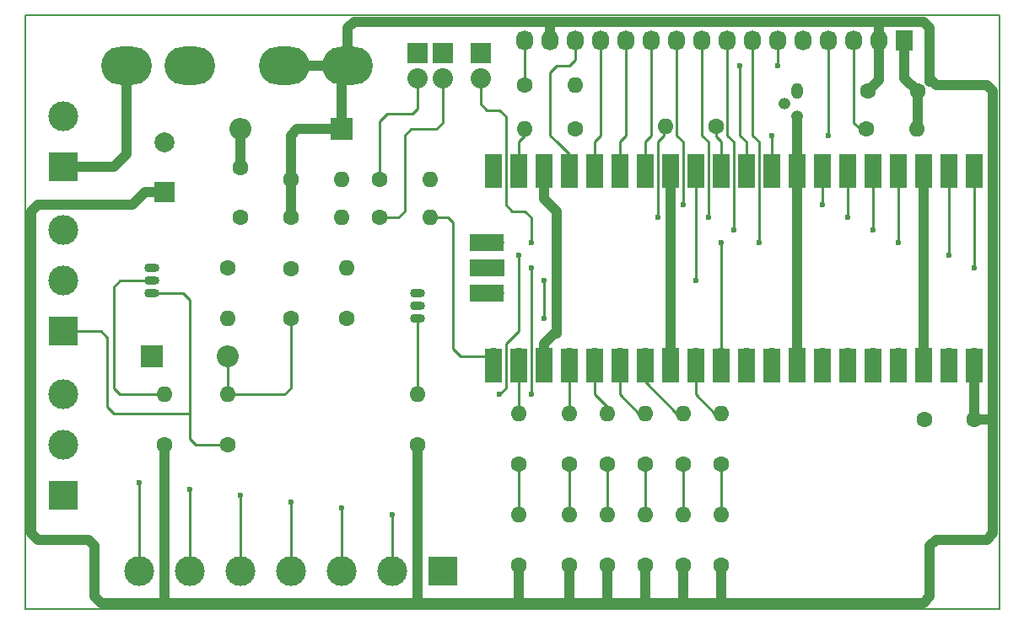
<source format=gbr>
G04 #@! TF.FileFunction,Copper,L1,Top,Signal*
%FSLAX46Y46*%
G04 Gerber Fmt 4.6, Leading zero omitted, Abs format (unit mm)*
G04 Created by KiCad (PCBNEW 4.0.5+dfsg1-4+deb9u1) date Wed Oct 19 21:41:23 2022*
%MOMM*%
%LPD*%
G01*
G04 APERTURE LIST*
%ADD10C,0.100000*%
%ADD11C,0.150000*%
%ADD12O,1.700000X1.700000*%
%ADD13R,1.700000X1.700000*%
%ADD14R,1.700000X3.500000*%
%ADD15R,3.500000X1.700000*%
%ADD16C,1.600000*%
%ADD17O,1.600000X1.600000*%
%ADD18R,3.000000X3.000000*%
%ADD19C,3.000000*%
%ADD20R,1.727200X2.032000*%
%ADD21O,1.727200X2.032000*%
%ADD22R,2.000000X2.000000*%
%ADD23C,2.000000*%
%ADD24R,2.200000X2.200000*%
%ADD25O,2.200000X2.200000*%
%ADD26O,5.080000X3.840000*%
%ADD27R,2.032000X2.032000*%
%ADD28O,2.032000X2.032000*%
%ADD29O,1.501140X0.899160*%
%ADD30O,1.200000X1.600000*%
%ADD31O,1.200000X1.200000*%
%ADD32C,0.800000*%
%ADD33C,0.600000*%
%ADD34C,1.000000*%
%ADD35C,0.250000*%
G04 APERTURE END LIST*
D10*
D11*
X193802000Y-68834000D02*
X193802000Y-128524000D01*
X96012000Y-68834000D02*
X193802000Y-68834000D01*
X96012000Y-128524000D02*
X96012000Y-68834000D01*
X193802000Y-128524000D02*
X96012000Y-128524000D01*
D12*
X191262000Y-85344000D03*
X188722000Y-85344000D03*
D13*
X186182000Y-85344000D03*
D12*
X183642000Y-85344000D03*
X181102000Y-85344000D03*
X178562000Y-85344000D03*
X176022000Y-85344000D03*
D13*
X173482000Y-85344000D03*
D12*
X170942000Y-85344000D03*
X168402000Y-85344000D03*
X165862000Y-85344000D03*
X163322000Y-85344000D03*
D13*
X160782000Y-85344000D03*
D12*
X158242000Y-85344000D03*
X155702000Y-85344000D03*
X153162000Y-85344000D03*
X150622000Y-85344000D03*
D13*
X148082000Y-85344000D03*
D12*
X145542000Y-85344000D03*
X143002000Y-85344000D03*
X143002000Y-103124000D03*
X145542000Y-103124000D03*
D13*
X148082000Y-103124000D03*
D12*
X150622000Y-103124000D03*
X153162000Y-103124000D03*
X155702000Y-103124000D03*
X158242000Y-103124000D03*
D13*
X160782000Y-103124000D03*
D12*
X163322000Y-103124000D03*
X165862000Y-103124000D03*
X168402000Y-103124000D03*
X170942000Y-103124000D03*
D13*
X173482000Y-103124000D03*
D12*
X176022000Y-103124000D03*
X178562000Y-103124000D03*
X181102000Y-103124000D03*
X183642000Y-103124000D03*
D13*
X186182000Y-103124000D03*
D12*
X188722000Y-103124000D03*
X191262000Y-103124000D03*
D14*
X191262000Y-84444000D03*
X188722000Y-84444000D03*
X186182000Y-84444000D03*
X183642000Y-84444000D03*
X181102000Y-84444000D03*
X178562000Y-84444000D03*
X176022000Y-84444000D03*
X173482000Y-84444000D03*
X170942000Y-84444000D03*
X168402000Y-84444000D03*
X165862000Y-84444000D03*
X163322000Y-84444000D03*
X160782000Y-84444000D03*
X158242000Y-84444000D03*
X155702000Y-84444000D03*
X153162000Y-84444000D03*
X150622000Y-84444000D03*
X148082000Y-84444000D03*
X145542000Y-84444000D03*
X143002000Y-84444000D03*
X191262000Y-104024000D03*
X188722000Y-104024000D03*
X186182000Y-104024000D03*
X183642000Y-104024000D03*
X181102000Y-104024000D03*
X178562000Y-104024000D03*
X176022000Y-104024000D03*
X173482000Y-104024000D03*
X170942000Y-104024000D03*
X168402000Y-104024000D03*
X165862000Y-104024000D03*
X163322000Y-104024000D03*
X160782000Y-104024000D03*
X158242000Y-104024000D03*
X155702000Y-104024000D03*
X153162000Y-104024000D03*
X150622000Y-104024000D03*
X148082000Y-104024000D03*
X145542000Y-104024000D03*
X143002000Y-104024000D03*
D15*
X142332000Y-91694000D03*
D12*
X143232000Y-91694000D03*
D15*
X142332000Y-94234000D03*
D13*
X143232000Y-94234000D03*
D15*
X142332000Y-96774000D03*
D12*
X143232000Y-96774000D03*
D16*
X146177000Y-75819000D03*
D17*
X151257000Y-75819000D03*
D18*
X99822000Y-100584000D03*
D19*
X99822000Y-95504000D03*
X99822000Y-90424000D03*
D20*
X184277000Y-71374000D03*
D21*
X181737000Y-71374000D03*
X179197000Y-71374000D03*
X176657000Y-71374000D03*
X174117000Y-71374000D03*
X171577000Y-71374000D03*
X169037000Y-71374000D03*
X166497000Y-71374000D03*
X163957000Y-71374000D03*
X161417000Y-71374000D03*
X158877000Y-71374000D03*
X156337000Y-71374000D03*
X153797000Y-71374000D03*
X151257000Y-71374000D03*
X148717000Y-71374000D03*
X146177000Y-71374000D03*
D22*
X109982000Y-86614000D03*
D23*
X109982000Y-81614000D03*
D16*
X180594000Y-76454000D03*
X185594000Y-76454000D03*
X122682000Y-99314000D03*
X122682000Y-94314000D03*
X191262000Y-109474000D03*
X186262000Y-109474000D03*
X117602000Y-89154000D03*
X117602000Y-84154000D03*
D24*
X127762000Y-80264000D03*
D25*
X117602000Y-80264000D03*
D24*
X108712000Y-103124000D03*
D25*
X116332000Y-103124000D03*
D26*
X106172000Y-73914000D03*
X112522000Y-73914000D03*
X122047000Y-73914000D03*
X128397000Y-73914000D03*
D18*
X99822000Y-84074000D03*
D19*
X99822000Y-78994000D03*
D18*
X99822000Y-117094000D03*
D19*
X99822000Y-112014000D03*
X99822000Y-106934000D03*
D27*
X141732000Y-72644000D03*
D28*
X141732000Y-75184000D03*
D27*
X137922000Y-72644000D03*
D28*
X137922000Y-75184000D03*
D27*
X135382000Y-72644000D03*
D28*
X135382000Y-75184000D03*
D19*
X112522000Y-124714000D03*
X132842000Y-124714000D03*
X127762000Y-124714000D03*
D18*
X137922000Y-124714000D03*
D19*
X122682000Y-124714000D03*
X117602000Y-124714000D03*
X107442000Y-124714000D03*
D16*
X116332000Y-112014000D03*
D17*
X116332000Y-106934000D03*
D16*
X116332000Y-94234000D03*
D17*
X116332000Y-99314000D03*
D16*
X109982000Y-112014000D03*
D17*
X109982000Y-106934000D03*
D16*
X128270000Y-99314000D03*
D17*
X128270000Y-94234000D03*
D16*
X165354000Y-80010000D03*
D17*
X160274000Y-80010000D03*
D16*
X135382000Y-112014000D03*
D17*
X135382000Y-106934000D03*
D16*
X180467000Y-80264000D03*
D17*
X185547000Y-80264000D03*
D16*
X151257000Y-80264000D03*
D17*
X146177000Y-80264000D03*
D29*
X108712000Y-95504000D03*
X108712000Y-96774000D03*
X108712000Y-94234000D03*
X135382000Y-98044000D03*
X135382000Y-96774000D03*
X135382000Y-99314000D03*
D30*
X173482000Y-76454000D03*
D31*
X172212000Y-77724000D03*
X173482000Y-78994000D03*
D16*
X165862000Y-113919000D03*
D17*
X165862000Y-108839000D03*
D16*
X162052000Y-113919000D03*
D17*
X162052000Y-108839000D03*
D16*
X158242000Y-113919000D03*
D17*
X158242000Y-108839000D03*
D16*
X154432000Y-113919000D03*
D17*
X154432000Y-108839000D03*
D16*
X150622000Y-113919000D03*
D17*
X150622000Y-108839000D03*
D16*
X145542000Y-113919000D03*
D17*
X145542000Y-108839000D03*
D16*
X131572000Y-89154000D03*
D17*
X136652000Y-89154000D03*
D16*
X131572000Y-85344000D03*
D17*
X136652000Y-85344000D03*
D16*
X165862000Y-124079000D03*
D17*
X165862000Y-118999000D03*
D16*
X162052000Y-124079000D03*
D17*
X162052000Y-118999000D03*
D16*
X158242000Y-124079000D03*
D17*
X158242000Y-118999000D03*
D16*
X154432000Y-124079000D03*
D17*
X154432000Y-118999000D03*
D16*
X150622000Y-124079000D03*
D17*
X150622000Y-118999000D03*
D16*
X145542000Y-124079000D03*
D17*
X145542000Y-118999000D03*
D16*
X122682000Y-89154000D03*
D17*
X127762000Y-89154000D03*
D16*
X122682000Y-85344000D03*
D17*
X127762000Y-85344000D03*
D32*
X149098000Y-100838000D03*
X186182000Y-100838000D03*
X173482000Y-100838000D03*
X160782000Y-100838000D03*
D33*
X159512000Y-89154000D03*
X170942000Y-80899000D03*
X176657000Y-80899000D03*
X167767000Y-73914000D03*
X171577000Y-73914000D03*
X169672000Y-91694000D03*
X183642000Y-91694000D03*
X181102000Y-90424000D03*
X167132000Y-90424000D03*
X164592000Y-89154000D03*
X178562000Y-89154000D03*
X162052000Y-87884000D03*
X176022000Y-87884000D03*
X148082000Y-95504000D03*
X148082000Y-99314000D03*
X163322000Y-95504000D03*
X146812000Y-106934000D03*
X146812000Y-94234000D03*
X191262000Y-94234000D03*
X145542000Y-92964000D03*
X188722000Y-92964000D03*
X143637000Y-106934000D03*
X112522000Y-116459000D03*
X132842000Y-118999000D03*
X127762000Y-118364000D03*
X122682000Y-117729000D03*
X117602000Y-117094000D03*
X107442000Y-115824000D03*
X165862000Y-91694000D03*
X146812000Y-91694000D03*
D34*
X181737000Y-71374000D02*
X181737000Y-69469000D01*
X181737000Y-71374000D02*
X181737000Y-75311000D01*
X181737000Y-75311000D02*
X180594000Y-76454000D01*
X148717000Y-69469000D02*
X149352000Y-69469000D01*
X149352000Y-69469000D02*
X181737000Y-69469000D01*
X193167000Y-109474000D02*
X193167000Y-76454000D01*
X186817000Y-70104000D02*
X186182000Y-69469000D01*
X186817000Y-75184000D02*
X186817000Y-75501500D01*
X186817000Y-75501500D02*
X186817000Y-70104000D01*
X187452000Y-75819000D02*
X186817000Y-75184000D01*
X188087000Y-75819000D02*
X187452000Y-75819000D01*
X192532000Y-75819000D02*
X188087000Y-75819000D01*
X193167000Y-76454000D02*
X192532000Y-75819000D01*
X181737000Y-69469000D02*
X184277000Y-69469000D01*
X186182000Y-69469000D02*
X184277000Y-69469000D01*
X109982000Y-112014000D02*
X109982000Y-122174000D01*
X109982000Y-122174000D02*
X109982000Y-127889000D01*
X135382000Y-112014000D02*
X135382000Y-127889000D01*
X109982000Y-86614000D02*
X108077000Y-86614000D01*
X97282000Y-87884000D02*
X96647000Y-88519000D01*
X106807000Y-87884000D02*
X97282000Y-87884000D01*
X108077000Y-86614000D02*
X106807000Y-87884000D01*
X165862000Y-124079000D02*
X165862000Y-127889000D01*
X162052000Y-124079000D02*
X162052000Y-127889000D01*
X158242000Y-124079000D02*
X158242000Y-127889000D01*
X154432000Y-124079000D02*
X154432000Y-127889000D01*
X150622000Y-124079000D02*
X150622000Y-127889000D01*
X145542000Y-124079000D02*
X145542000Y-127889000D01*
X193167000Y-109474000D02*
X191262000Y-109474000D01*
X191262000Y-103124000D02*
X191262000Y-109474000D01*
X122047000Y-73914000D02*
X128397000Y-73914000D01*
X148717000Y-71374000D02*
X148717000Y-69469000D01*
X148082000Y-69469000D02*
X148717000Y-69469000D01*
X128397000Y-70104000D02*
X129032000Y-69469000D01*
X129032000Y-69469000D02*
X148082000Y-69469000D01*
X128397000Y-73914000D02*
X128397000Y-70104000D01*
X147447000Y-127889000D02*
X150622000Y-127889000D01*
X150622000Y-127889000D02*
X154432000Y-127889000D01*
X154432000Y-127889000D02*
X158242000Y-127889000D01*
X158242000Y-127889000D02*
X162052000Y-127889000D01*
X162052000Y-127889000D02*
X165862000Y-127889000D01*
X165862000Y-127889000D02*
X186182000Y-127889000D01*
X96647000Y-120904000D02*
X97282000Y-121539000D01*
X96647000Y-88519000D02*
X96647000Y-120904000D01*
X103632000Y-127889000D02*
X109982000Y-127889000D01*
X109982000Y-127889000D02*
X135382000Y-127889000D01*
X135382000Y-127889000D02*
X145542000Y-127889000D01*
X102997000Y-127254000D02*
X103632000Y-127889000D01*
X102997000Y-122174000D02*
X102997000Y-127254000D01*
X102362000Y-121539000D02*
X102997000Y-122174000D01*
X97282000Y-121539000D02*
X102362000Y-121539000D01*
X145542000Y-127889000D02*
X147447000Y-127889000D01*
X193167000Y-120904000D02*
X193167000Y-109474000D01*
X192532000Y-121539000D02*
X193167000Y-120904000D01*
X187452000Y-121539000D02*
X192532000Y-121539000D01*
X186817000Y-122174000D02*
X187452000Y-121539000D01*
X186817000Y-127254000D02*
X186817000Y-122174000D01*
X186182000Y-127889000D02*
X186817000Y-127254000D01*
X127762000Y-80264000D02*
X123317000Y-80264000D01*
X122682000Y-80899000D02*
X122682000Y-85344000D01*
X123317000Y-80264000D02*
X122682000Y-80899000D01*
X122682000Y-85344000D02*
X122682000Y-89154000D01*
X127762000Y-80264000D02*
X127762000Y-74549000D01*
X127762000Y-74549000D02*
X128397000Y-73914000D01*
X185594000Y-76454000D02*
X185594000Y-80217000D01*
X185594000Y-80217000D02*
X185547000Y-80264000D01*
X184277000Y-71374000D02*
X184277000Y-75137000D01*
X184277000Y-75137000D02*
X185594000Y-76454000D01*
X149098000Y-100838000D02*
X149352000Y-100838000D01*
X149352000Y-100584000D02*
X149352000Y-100838000D01*
X148082000Y-103124000D02*
X148082000Y-101854000D01*
X148082000Y-101854000D02*
X149352000Y-100584000D01*
X149352000Y-100838000D02*
X149352000Y-98044000D01*
X148082000Y-87249000D02*
X148082000Y-85344000D01*
X149352000Y-88519000D02*
X148082000Y-87249000D01*
X149352000Y-98044000D02*
X149352000Y-88519000D01*
X160782000Y-103124000D02*
X160782000Y-100838000D01*
X160782000Y-85344000D02*
X160782000Y-100838000D01*
X186182000Y-85344000D02*
X186182000Y-100838000D01*
X186182000Y-100838000D02*
X186182000Y-103124000D01*
X173482000Y-85344000D02*
X173482000Y-100838000D01*
X173482000Y-100838000D02*
X173482000Y-103124000D01*
X173482000Y-78994000D02*
X173482000Y-85344000D01*
X109982000Y-81614000D02*
X109902000Y-81614000D01*
X117602000Y-84154000D02*
X117602000Y-80264000D01*
X99822000Y-84074000D02*
X103632000Y-84074000D01*
X103632000Y-84074000D02*
X104902000Y-84074000D01*
X104902000Y-84074000D02*
X106172000Y-82804000D01*
X106172000Y-82804000D02*
X106172000Y-73914000D01*
D35*
X109982000Y-106934000D02*
X105537000Y-106934000D01*
X105537000Y-95504000D02*
X104902000Y-96139000D01*
X104902000Y-96139000D02*
X104902000Y-105029000D01*
X108712000Y-95504000D02*
X105537000Y-95504000D01*
X105537000Y-106934000D02*
X104902000Y-106299000D01*
X104902000Y-106299000D02*
X104902000Y-105029000D01*
X159512000Y-81534000D02*
X159512000Y-89154000D01*
X160147000Y-80899000D02*
X159512000Y-81534000D01*
X160147000Y-80137000D02*
X160147000Y-80899000D01*
X160274000Y-80010000D02*
X160147000Y-80137000D01*
X109855000Y-106807000D02*
X109982000Y-106934000D01*
X176657000Y-71374000D02*
X176657000Y-80899000D01*
X170942000Y-80899000D02*
X170942000Y-85344000D01*
X171577000Y-71374000D02*
X171577000Y-73914000D01*
X168402000Y-81534000D02*
X168402000Y-85344000D01*
X167767000Y-80899000D02*
X168402000Y-81534000D01*
X167767000Y-73914000D02*
X167767000Y-80899000D01*
X183642000Y-85344000D02*
X183642000Y-91694000D01*
X169037000Y-80899000D02*
X169672000Y-81534000D01*
X169672000Y-81534000D02*
X169672000Y-87249000D01*
X169037000Y-80899000D02*
X169037000Y-70739000D01*
X169672000Y-91694000D02*
X169672000Y-87249000D01*
X167132000Y-87884000D02*
X167132000Y-90424000D01*
X166497000Y-80899000D02*
X167132000Y-81534000D01*
X167132000Y-81534000D02*
X167132000Y-87884000D01*
X166497000Y-71374000D02*
X166497000Y-80899000D01*
X181102000Y-90424000D02*
X181102000Y-85344000D01*
X178562000Y-85344000D02*
X178562000Y-89154000D01*
X164592000Y-89154000D02*
X164592000Y-87249000D01*
X163957000Y-71374000D02*
X163957000Y-80899000D01*
X164592000Y-81534000D02*
X164592000Y-87249000D01*
X164592000Y-87249000D02*
X164592000Y-87884000D01*
X163957000Y-80899000D02*
X164592000Y-81534000D01*
X176022000Y-85344000D02*
X176022000Y-87884000D01*
X161417000Y-80899000D02*
X162052000Y-81534000D01*
X162052000Y-81534000D02*
X162052000Y-87884000D01*
X161417000Y-80899000D02*
X161417000Y-71374000D01*
X158877000Y-71374000D02*
X158877000Y-80899000D01*
X158242000Y-81534000D02*
X158242000Y-85344000D01*
X158877000Y-80899000D02*
X158242000Y-81534000D01*
X156337000Y-71374000D02*
X156337000Y-80899000D01*
X155702000Y-81534000D02*
X155702000Y-85344000D01*
X156337000Y-80899000D02*
X155702000Y-81534000D01*
X153797000Y-71374000D02*
X153797000Y-80899000D01*
X153162000Y-81534000D02*
X153162000Y-85344000D01*
X153797000Y-80899000D02*
X153162000Y-81534000D01*
X153797000Y-72009000D02*
X153797000Y-72009000D01*
X153162000Y-82804000D02*
X153162000Y-85979000D01*
X151257000Y-71374000D02*
X151257000Y-73279000D01*
X149352000Y-81534000D02*
X150622000Y-82804000D01*
X148717000Y-80899000D02*
X149352000Y-81534000D01*
X148717000Y-74549000D02*
X148717000Y-80899000D01*
X149352000Y-73914000D02*
X148717000Y-74549000D01*
X150622000Y-73914000D02*
X149352000Y-73914000D01*
X151257000Y-73279000D02*
X150622000Y-73914000D01*
X150622000Y-82804000D02*
X150622000Y-85344000D01*
X150622000Y-82804000D02*
X150622000Y-85344000D01*
X163322000Y-85344000D02*
X163322000Y-95504000D01*
X148082000Y-99314000D02*
X148082000Y-95504000D01*
X135382000Y-99314000D02*
X135382000Y-106934000D01*
X146177000Y-80264000D02*
X146177000Y-80899000D01*
X146177000Y-80899000D02*
X145542000Y-81534000D01*
X145542000Y-81534000D02*
X145542000Y-85344000D01*
X165354000Y-80010000D02*
X165354000Y-81026000D01*
X165862000Y-81534000D02*
X165862000Y-85344000D01*
X165354000Y-81026000D02*
X165862000Y-81534000D01*
X116332000Y-106934000D02*
X122047000Y-106934000D01*
X122682000Y-106299000D02*
X122682000Y-105664000D01*
X122047000Y-106934000D02*
X122682000Y-106299000D01*
X116332000Y-103124000D02*
X116332000Y-106934000D01*
X122682000Y-99314000D02*
X122682000Y-105410000D01*
X122682000Y-105410000D02*
X122682000Y-105664000D01*
X146812000Y-94234000D02*
X146812000Y-106934000D01*
X191262000Y-85344000D02*
X191262000Y-94234000D01*
X145542000Y-92964000D02*
X145542000Y-100584000D01*
X145542000Y-100584000D02*
X144907000Y-101219000D01*
X144907000Y-101219000D02*
X144272000Y-101854000D01*
X144272000Y-101854000D02*
X144272000Y-106299000D01*
X188722000Y-92964000D02*
X188722000Y-85344000D01*
X143637000Y-106934000D02*
X144272000Y-106299000D01*
X99822000Y-100584000D02*
X103632000Y-100584000D01*
X104902000Y-108839000D02*
X112522000Y-108839000D01*
X104267000Y-108204000D02*
X104902000Y-108839000D01*
X104267000Y-101219000D02*
X104267000Y-108204000D01*
X103632000Y-100584000D02*
X104267000Y-101219000D01*
X116332000Y-112014000D02*
X113157000Y-112014000D01*
X112522000Y-111379000D02*
X112522000Y-110744000D01*
X113157000Y-112014000D02*
X112522000Y-111379000D01*
X108712000Y-96774000D02*
X111887000Y-96774000D01*
X112522000Y-97409000D02*
X112522000Y-98044000D01*
X111887000Y-96774000D02*
X112522000Y-97409000D01*
X112522000Y-98298000D02*
X112522000Y-98044000D01*
X112522000Y-110490000D02*
X112522000Y-108839000D01*
X112522000Y-108839000D02*
X112522000Y-98298000D01*
X112522000Y-110744000D02*
X112522000Y-110490000D01*
X112522000Y-116459000D02*
X112522000Y-124714000D01*
X162052000Y-118999000D02*
X162052000Y-113919000D01*
X132842000Y-118999000D02*
X132842000Y-124714000D01*
X145542000Y-118999000D02*
X145542000Y-113919000D01*
X127762000Y-124714000D02*
X127762000Y-118364000D01*
X150622000Y-113919000D02*
X150622000Y-118999000D01*
X122682000Y-117729000D02*
X122682000Y-124714000D01*
X154432000Y-118999000D02*
X154432000Y-113919000D01*
X117602000Y-124714000D02*
X117602000Y-117094000D01*
X158242000Y-113919000D02*
X158242000Y-118999000D01*
X107442000Y-124714000D02*
X107442000Y-115824000D01*
X165862000Y-113919000D02*
X165862000Y-118999000D01*
X134112000Y-86614000D02*
X134112000Y-87884000D01*
X133477000Y-89154000D02*
X131572000Y-89154000D01*
X134112000Y-88519000D02*
X133477000Y-89154000D01*
X134112000Y-87884000D02*
X134112000Y-88519000D01*
X137922000Y-75184000D02*
X137922000Y-79629000D01*
X134747000Y-80264000D02*
X134112000Y-80899000D01*
X137287000Y-80264000D02*
X134747000Y-80264000D01*
X137922000Y-79629000D02*
X137287000Y-80264000D01*
X134112000Y-80899000D02*
X134112000Y-86614000D01*
X131572000Y-85344000D02*
X131572000Y-79502000D01*
X135382000Y-78232000D02*
X135382000Y-75184000D01*
X134874000Y-78740000D02*
X135382000Y-78232000D01*
X132334000Y-78740000D02*
X134874000Y-78740000D01*
X131572000Y-79502000D02*
X132334000Y-78740000D01*
X180467000Y-80264000D02*
X179832000Y-80264000D01*
X179197000Y-79629000D02*
X179197000Y-71374000D01*
X179832000Y-80264000D02*
X179197000Y-79629000D01*
X146177000Y-71374000D02*
X146177000Y-75819000D01*
X165862000Y-108839000D02*
X165227000Y-108839000D01*
X165227000Y-108839000D02*
X163322000Y-106934000D01*
X163322000Y-106934000D02*
X163322000Y-103124000D01*
X162052000Y-108839000D02*
X161417000Y-108839000D01*
X161417000Y-108839000D02*
X158242000Y-105664000D01*
X158242000Y-105664000D02*
X158242000Y-103124000D01*
X158242000Y-108839000D02*
X157607000Y-108839000D01*
X157607000Y-108839000D02*
X155702000Y-106934000D01*
X155702000Y-106934000D02*
X155702000Y-103124000D01*
X154432000Y-108839000D02*
X154432000Y-108204000D01*
X154432000Y-108204000D02*
X153162000Y-106934000D01*
X153162000Y-106934000D02*
X153162000Y-103124000D01*
X150622000Y-108839000D02*
X150622000Y-103124000D01*
X145542000Y-108839000D02*
X145542000Y-103124000D01*
X139446000Y-102870000D02*
X139700000Y-103124000D01*
X138430000Y-89154000D02*
X138938000Y-89662000D01*
X138938000Y-89662000D02*
X138938000Y-102362000D01*
X138938000Y-102362000D02*
X139446000Y-102870000D01*
X136652000Y-89154000D02*
X138430000Y-89154000D01*
X139700000Y-103124000D02*
X143002000Y-103124000D01*
X144272000Y-87884000D02*
X144907000Y-88519000D01*
X141732000Y-77724000D02*
X142367000Y-78359000D01*
X142367000Y-78359000D02*
X143002000Y-78359000D01*
X143002000Y-78359000D02*
X143637000Y-78359000D01*
X143637000Y-78359000D02*
X144272000Y-78994000D01*
X144272000Y-78994000D02*
X144272000Y-87884000D01*
X141732000Y-75184000D02*
X141732000Y-77724000D01*
X165862000Y-91694000D02*
X165862000Y-103124000D01*
X146812000Y-89154000D02*
X146812000Y-91694000D01*
X146177000Y-88519000D02*
X146812000Y-89154000D01*
X144907000Y-88519000D02*
X146177000Y-88519000D01*
M02*

</source>
